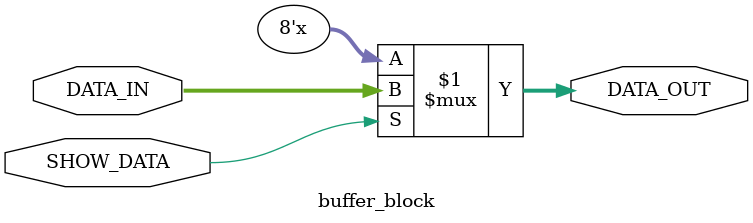
<source format=v>
/*
	Module Name: buffer_block_v01
	Module Description: Simple Buffer implementation in SUBLEQ Processor
	
	Dependencies:	
	
*/

module buffer_block #(
		parameter DATA_WIDTH = 8
	)(
		input SHOW_DATA,
		input [DATA_WIDTH-1:0] DATA_IN,
		output [DATA_WIDTH-1:0] DATA_OUT
	);
	
	assign DATA_OUT = SHOW_DATA ? DATA_IN : {DATA_WIDTH{1'bz}};

endmodule
</source>
